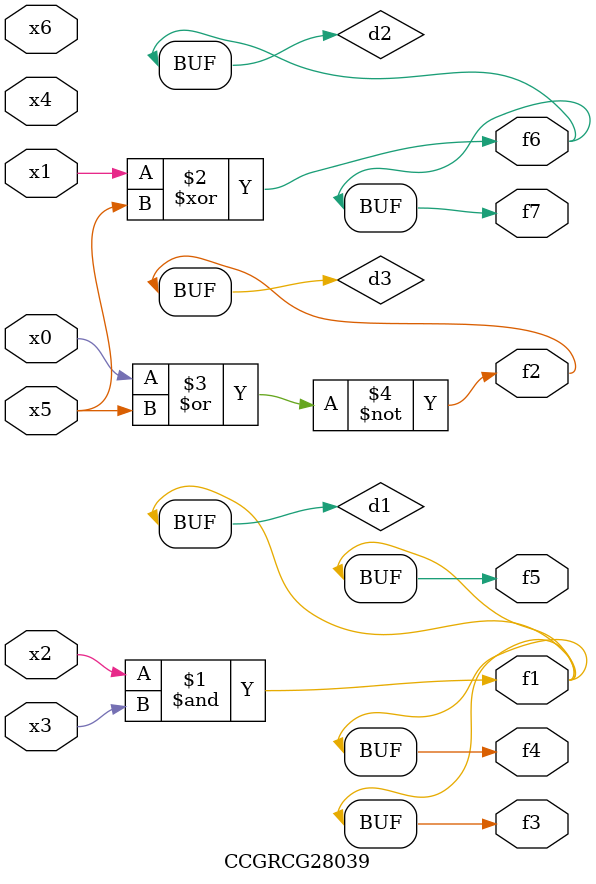
<source format=v>
module CCGRCG28039(
	input x0, x1, x2, x3, x4, x5, x6,
	output f1, f2, f3, f4, f5, f6, f7
);

	wire d1, d2, d3;

	and (d1, x2, x3);
	xor (d2, x1, x5);
	nor (d3, x0, x5);
	assign f1 = d1;
	assign f2 = d3;
	assign f3 = d1;
	assign f4 = d1;
	assign f5 = d1;
	assign f6 = d2;
	assign f7 = d2;
endmodule

</source>
